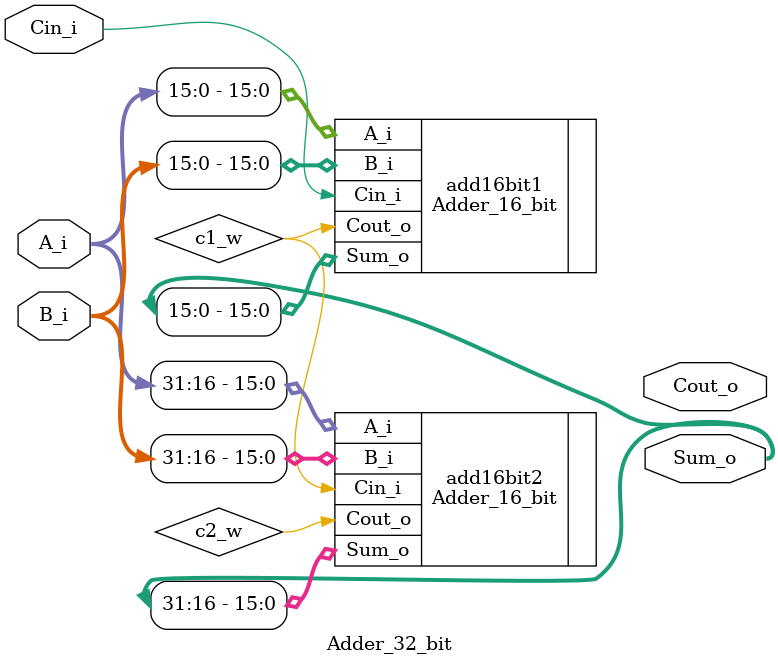
<source format=v>
`timescale 1ns/1ps

module Adder_32_bit(
    input wire [31:0] A_i,
    input wire [31:0] B_i,
    input wire Cin_i,
    output wire [31:0] Sum_o,
    output wire Cout_o
);
    wire c1_w, c2_w;

    Adder_16_bit add16bit1(
        .A_i(A_i[15:0]),
        .B_i(B_i[15:0]),
        .Cin_i(Cin_i),
        .Sum_o(Sum_o[15:0]),
        .Cout_o(c1_w)
    );

    Adder_16_bit add16bit2(
        .A_i(A_i[31:16]),
        .B_i(B_i[31:16]),
        .Cin_i(c1_w),
        .Sum_o(Sum_o[31:16]),
        .Cout_o(c2_w)
    );

endmodule
</source>
